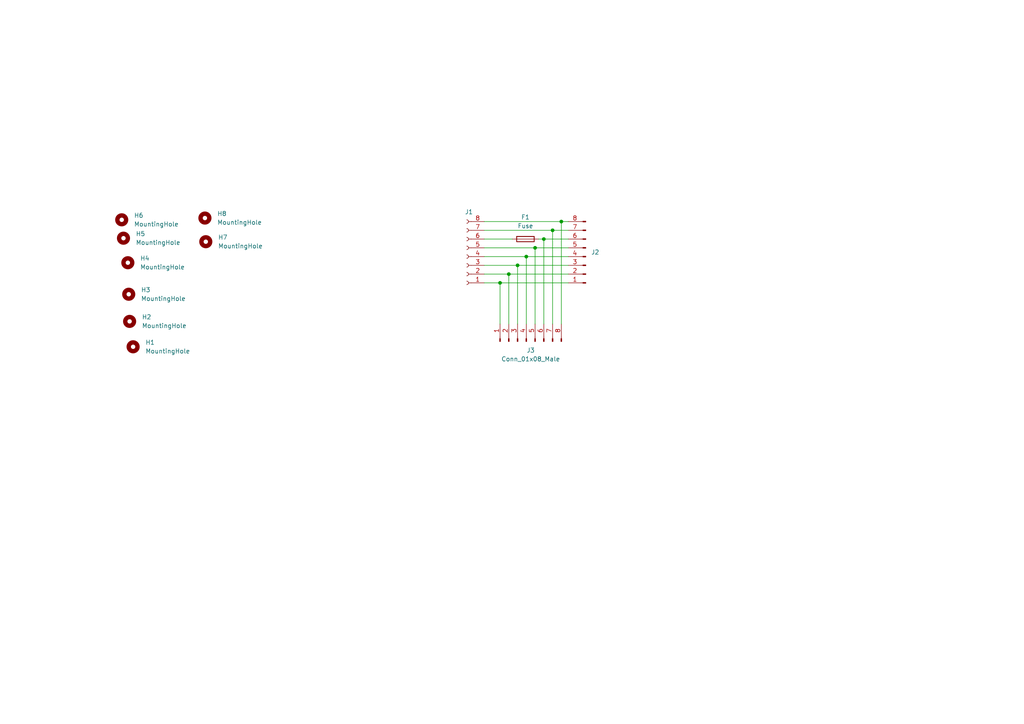
<source format=kicad_sch>
(kicad_sch (version 20231120) (generator "eeschema") (generator_version "8.0")
  (paper "A4")
  (lib_symbols
    (symbol "Connector:Conn_01x08_Female" (pin_names (offset 1.016) hide)
      (property "Reference" "J" (at 0 10.16 0))
      (property "Value" "Conn_01x08_Female" (at 0 -12.7 0))
      (symbol "Conn_01x08_Female_1_1"
        (arc (start 0 -9.652) (mid -0.5058 -10.16) (end 0 -10.668) (stroke (width 0.1524)))
        (arc (start 0 -7.112) (mid -0.5058 -7.62) (end 0 -8.128) (stroke (width 0.1524)))
        (arc (start 0 -4.572) (mid -0.5058 -5.08) (end 0 -5.588) (stroke (width 0.1524)))
        (arc (start 0 -2.032) (mid -0.5058 -2.54) (end 0 -3.048) (stroke (width 0.1524)))
        (polyline (pts (xy -1.27 -10.16) (xy -0.508 -10.16)) (stroke (width 0.1524)))
        (polyline (pts (xy -1.27 -7.62) (xy -0.508 -7.62)) (stroke (width 0.1524)))
        (polyline (pts (xy -1.27 -5.08) (xy -0.508 -5.08)) (stroke (width 0.1524)))
        (polyline (pts (xy -1.27 -2.54) (xy -0.508 -2.54)) (stroke (width 0.1524)))
        (polyline (pts (xy -1.27 0) (xy -0.508 0)) (stroke (width 0.1524)))
        (polyline (pts (xy -1.27 2.54) (xy -0.508 2.54)) (stroke (width 0.1524)))
        (polyline (pts (xy -1.27 5.08) (xy -0.508 5.08)) (stroke (width 0.1524)))
        (polyline (pts (xy -1.27 7.62) (xy -0.508 7.62)) (stroke (width 0.1524)))
        (arc (start 0 0.508) (mid -0.5058 0) (end 0 -0.508) (stroke (width 0.1524)))
        (arc (start 0 3.048) (mid -0.5058 2.54) (end 0 2.032) (stroke (width 0.1524)))
        (arc (start 0 5.588) (mid -0.5058 5.08) (end 0 4.572) (stroke (width 0.1524)))
        (arc (start 0 8.128) (mid -0.5058 7.62) (end 0 7.112) (stroke (width 0.1524)))
        (pin passive line (at -5.08 7.62 0) (length 3.81) (name "Pin_1") (number "1"))
        (pin passive line (at -5.08 5.08 0) (length 3.81) (name "Pin_2") (number "2"))
        (pin passive line (at -5.08 2.54 0) (length 3.81) (name "Pin_3") (number "3"))
        (pin passive line (at -5.08 0 0) (length 3.81) (name "Pin_4") (number "4"))
        (pin passive line (at -5.08 -2.54 0) (length 3.81) (name "Pin_5") (number "5"))
        (pin passive line (at -5.08 -5.08 0) (length 3.81) (name "Pin_6") (number "6"))
        (pin passive line (at -5.08 -7.62 0) (length 3.81) (name "Pin_7") (number "7"))
        (pin passive line (at -5.08 -10.16 0) (length 3.81) (name "Pin_8") (number "8"))
      )
    )
    (symbol "Connector:Conn_01x08_Male" (pin_names (offset 1.016) hide)
      (property "Reference" "J" (at 0 10.16 0))
      (property "Value" "Conn_01x08_Male" (at 0 -12.7 0))
      (symbol "Conn_01x08_Male_1_1"
        (polyline (pts (xy 1.27 -10.16) (xy 0.8636 -10.16)) (stroke (width 0.1524)))
        (polyline (pts (xy 1.27 -7.62) (xy 0.8636 -7.62)) (stroke (width 0.1524)))
        (polyline (pts (xy 1.27 -5.08) (xy 0.8636 -5.08)) (stroke (width 0.1524)))
        (polyline (pts (xy 1.27 -2.54) (xy 0.8636 -2.54)) (stroke (width 0.1524)))
        (polyline (pts (xy 1.27 0) (xy 0.8636 0)) (stroke (width 0.1524)))
        (polyline (pts (xy 1.27 2.54) (xy 0.8636 2.54)) (stroke (width 0.1524)))
        (polyline (pts (xy 1.27 5.08) (xy 0.8636 5.08)) (stroke (width 0.1524)))
        (polyline (pts (xy 1.27 7.62) (xy 0.8636 7.62)) (stroke (width 0.1524)))
        (rectangle (start 0.8636 -10.033) (end 0 -10.287) (stroke (width 0.1524)) (fill (type outline)))
        (rectangle (start 0.8636 -7.493) (end 0 -7.747) (stroke (width 0.1524)) (fill (type outline)))
        (rectangle (start 0.8636 -4.953) (end 0 -5.207) (stroke (width 0.1524)) (fill (type outline)))
        (rectangle (start 0.8636 -2.413) (end 0 -2.667) (stroke (width 0.1524)) (fill (type outline)))
        (rectangle (start 0.8636 0.127) (end 0 -0.127) (stroke (width 0.1524)) (fill (type outline)))
        (rectangle (start 0.8636 2.667) (end 0 2.413) (stroke (width 0.1524)) (fill (type outline)))
        (rectangle (start 0.8636 5.207) (end 0 4.953) (stroke (width 0.1524)) (fill (type outline)))
        (rectangle (start 0.8636 7.747) (end 0 7.493) (stroke (width 0.1524)) (fill (type outline)))
        (pin passive line (at 5.08 7.62 180) (length 3.81) (name "Pin_1") (number "1"))
        (pin passive line (at 5.08 5.08 180) (length 3.81) (name "Pin_2") (number "2"))
        (pin passive line (at 5.08 2.54 180) (length 3.81) (name "Pin_3") (number "3"))
        (pin passive line (at 5.08 0 180) (length 3.81) (name "Pin_4") (number "4"))
        (pin passive line (at 5.08 -2.54 180) (length 3.81) (name "Pin_5") (number "5"))
        (pin passive line (at 5.08 -5.08 180) (length 3.81) (name "Pin_6") (number "6"))
        (pin passive line (at 5.08 -7.62 180) (length 3.81) (name "Pin_7") (number "7"))
        (pin passive line (at 5.08 -10.16 180) (length 3.81) (name "Pin_8") (number "8"))
      )
    )
    (symbol "Device:Fuse" (pin_numbers hide) (pin_names (offset 0))
      (property "Reference" "F" (at 2.032 0 90))
      (property "Value" "Fuse" (at -1.905 0 90))
      (symbol "Fuse_0_1"
        (rectangle (start -0.762 -2.54) (end 0.762 2.54) (stroke (width 0.254)))
        (polyline (pts (xy 0 2.54) (xy 0 -2.54)))
      )
      (symbol "Fuse_1_1"
        (pin passive line (at 0 3.81 270) (length 1.27) (name "~") (number "1"))
        (pin passive line (at 0 -3.81 90) (length 1.27) (name "~") (number "2"))
      )
    )
    (symbol "Mechanical:MountingHole" (pin_names (offset 1.016))
      (property "Reference" "H" (at 0 5.08 0))
      (property "Value" "MountingHole" (at 0 3.175 0))
      (symbol "MountingHole_0_1"
        (circle (center 0 0) (radius 1.27) (stroke (width 1.27)))
      )
    )
  )
  (junction (at 162.814 64.262))
  (junction (at 147.574 79.502))
  (junction (at 152.654 74.422))
  (junction (at 155.194 71.882))
  (junction (at 150.114 76.962))
  (junction (at 157.734 69.342))
  (junction (at 145.034 82.042))
  (junction (at 160.274 66.802))
  (wire (pts (xy 145.034 82.042) (xy 145.034 93.98)))
  (wire (pts (xy 157.734 69.342) (xy 157.734 93.98)))
  (wire (pts (xy 150.114 76.962) (xy 164.846 76.962)))
  (wire (pts (xy 145.034 82.042) (xy 164.846 82.042)))
  (wire (pts (xy 162.814 64.262) (xy 162.814 93.98)))
  (wire (pts (xy 140.462 71.882) (xy 155.194 71.882)))
  (wire (pts (xy 140.462 69.342) (xy 148.59 69.342)))
  (wire (pts (xy 140.462 74.422) (xy 152.654 74.422)))
  (wire (pts (xy 150.114 76.962) (xy 150.114 93.98)))
  (wire (pts (xy 156.21 69.342) (xy 157.734 69.342)))
  (wire (pts (xy 140.462 64.262) (xy 162.814 64.262)))
  (wire (pts (xy 162.814 64.262) (xy 164.846 64.262)))
  (wire (pts (xy 152.654 74.422) (xy 152.654 93.98)))
  (wire (pts (xy 140.462 82.042) (xy 145.034 82.042)))
  (wire (pts (xy 147.574 79.502) (xy 147.574 93.98)))
  (wire (pts (xy 157.734 69.342) (xy 164.846 69.342)))
  (wire (pts (xy 147.574 79.502) (xy 164.846 79.502)))
  (wire (pts (xy 140.462 79.502) (xy 147.574 79.502)))
  (wire (pts (xy 140.462 76.962) (xy 150.114 76.962)))
  (wire (pts (xy 155.194 71.882) (xy 155.194 93.98)))
  (wire (pts (xy 160.274 66.802) (xy 164.846 66.802)))
  (wire (pts (xy 155.194 71.882) (xy 164.846 71.882)))
  (wire (pts (xy 140.462 66.802) (xy 160.274 66.802)))
  (wire (pts (xy 152.654 74.422) (xy 164.846 74.422)))
  (wire (pts (xy 160.274 66.802) (xy 160.274 93.98)))
  (symbol (lib_id "Mechanical:MountingHole") (at 37.338 85.344 0) (unit 1)
    (property "Reference" "H3" (at 40.894 84.074 0) (effects (justify left)))
    (property "Value" "MountingHole" (at 40.894 86.614 0) (effects (justify left)))
    (property "Footprint" "MountingHole:MountingHole_3.2mm_M3" (effects (hide yes)))
  )
  (symbol (lib_id "Mechanical:MountingHole") (at 35.306 63.754 0) (unit 1)
    (property "Reference" "H6" (at 38.862 62.484 0) (effects (justify left)))
    (property "Value" "MountingHole" (at 38.862 65.024 0) (effects (justify left)))
    (property "Footprint" "MountingHole:MountingHole_3.2mm_M3" (effects (hide yes)))
  )
  (symbol (lib_id "Mechanical:MountingHole") (at 37.084 76.2 0) (unit 1)
    (property "Reference" "H4" (at 40.64 74.93 0) (effects (justify left)))
    (property "Value" "MountingHole" (at 40.64 77.47 0) (effects (justify left)))
    (property "Footprint" "MountingHole:MountingHole_3.2mm_M3" (effects (hide yes)))
  )
  (symbol (lib_id "Mechanical:MountingHole") (at 38.608 100.584 0) (unit 1)
    (property "Reference" "H1" (at 42.164 99.314 0) (effects (justify left)))
    (property "Value" "MountingHole" (at 42.164 101.854 0) (effects (justify left)))
    (property "Footprint" "MountingHole:MountingHole_3.2mm_M3" (effects (hide yes)))
  )
  (symbol (lib_id "Mechanical:MountingHole") (at 59.69 70.104 0) (unit 1)
    (property "Reference" "H7" (at 63.246 68.834 0) (effects (justify left)))
    (property "Value" "MountingHole" (at 63.246 71.374 0) (effects (justify left)))
    (property "Footprint" "MountingHole:MountingHole_3.2mm_M3" (effects (hide yes)))
  )
  (symbol (lib_id "Mechanical:MountingHole") (at 59.436 63.246 0) (unit 1)
    (property "Reference" "H8" (at 62.992 61.976 0) (effects (justify left)))
    (property "Value" "MountingHole" (at 62.992 64.516 0) (effects (justify left)))
    (property "Footprint" "MountingHole:MountingHole_3.2mm_M3" (effects (hide yes)))
  )
  (symbol (lib_id "Device:Fuse") (at 152.4 69.342 90) (unit 1)
    (property "Reference" "F1" (at 152.4 62.992 90))
    (property "Value" "Fuse" (at 152.4 65.532 90))
    (property "Footprint" "Fuse:Fuseholder_Clip-6.3x32mm_Littelfuse_102_122_Inline_P34.21x7.62mm_D1.98mm_Horizontal" (effects (hide yes)))
  )
  (symbol (lib_id "Connector:Conn_01x08_Female") (at 135.382 74.422 180) (unit 1)
    (property "Reference" "J1" (at 136.017 61.468 0))
    (property "Value" "Conn_01x08_Female" (effects (hide yes)))
    (property "Footprint" "Connector_PDP-11:AMP-1-480459-0" (effects (hide yes)))
  )
  (symbol (lib_id "Mechanical:MountingHole") (at 35.814 69.088 0) (unit 1)
    (property "Reference" "H5" (at 39.37 67.818 0) (effects (justify left)))
    (property "Value" "MountingHole" (at 39.37 70.358 0) (effects (justify left)))
    (property "Footprint" "MountingHole:MountingHole_3.2mm_M3" (effects (hide yes)))
  )
  (symbol (lib_id "Mechanical:MountingHole") (at 37.592 93.218 0) (unit 1)
    (property "Reference" "H2" (at 41.148 91.948 0) (effects (justify left)))
    (property "Value" "MountingHole" (at 41.148 94.488 0) (effects (justify left)))
    (property "Footprint" "MountingHole:MountingHole_3.2mm_M3" (effects (hide yes)))
  )
  (symbol (lib_id "Connector:Conn_01x08_Male") (at 169.926 74.422 180) (unit 1)
    (property "Reference" "J2" (at 171.45 73.1519 0) (effects (justify right)))
    (property "Value" "Conn_01x08_Male" (effects (hide yes)))
    (property "Footprint" "Connector_PDP-11:AMP-1-480460-0" (effects (hide yes)))
  )
  (symbol (lib_id "Connector:Conn_01x08_Male") (at 152.654 99.06 90) (unit 1)
    (property "Reference" "J3" (at 153.924 101.6 90))
    (property "Value" "Conn_01x08_Male" (at 153.924 104.14 90))
    (property "Footprint" "Connector_PinSocket_2.54mm:PinSocket_1x08_P2.54mm_Vertical" (effects (hide yes)))
  )
)
</source>
